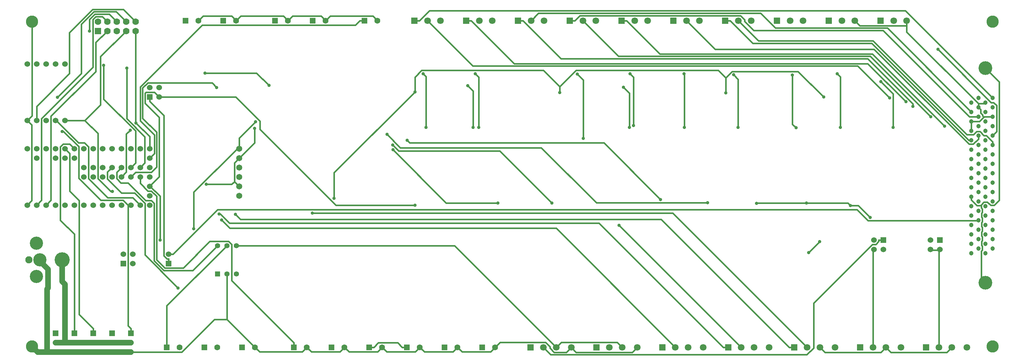
<source format=gbl>
G04 (created by PCBNEW (2013-jul-07)-stable) date Sun 10 Apr 2016 10:04:28 PM PDT*
%MOIN*%
G04 Gerber Fmt 3.4, Leading zero omitted, Abs format*
%FSLAX34Y34*%
G01*
G70*
G90*
G04 APERTURE LIST*
%ADD10C,0.00590551*%
%ADD11C,0.06*%
%ADD12C,0.145669*%
%ADD13C,0.0472441*%
%ADD14R,0.06X0.06*%
%ADD15C,0.065*%
%ADD16R,0.055X0.055*%
%ADD17C,0.055*%
%ADD18C,0.076*%
%ADD19C,0.14*%
%ADD20C,0.16*%
%ADD21C,0.0709*%
%ADD22R,0.0709X0.0709*%
%ADD23R,0.063X0.063*%
%ADD24C,0.063*%
%ADD25R,0.07X0.07*%
%ADD26C,0.07*%
%ADD27C,0.13*%
%ADD28C,0.035*%
%ADD29C,0.015*%
%ADD30C,0.06*%
G04 APERTURE END LIST*
G54D10*
G54D11*
X21000Y-41000D03*
X22000Y-41000D03*
X23000Y-41000D03*
X24000Y-41000D03*
X25000Y-41000D03*
X26000Y-41000D03*
X27000Y-41000D03*
X28000Y-41000D03*
X29000Y-41000D03*
X30000Y-41000D03*
X31000Y-41000D03*
X32000Y-41000D03*
X33000Y-41000D03*
X34000Y-41000D03*
X34000Y-40000D03*
X34000Y-39000D03*
X34000Y-38000D03*
X34000Y-37000D03*
X34000Y-36000D03*
X34000Y-35000D03*
X33000Y-35000D03*
X32000Y-35000D03*
X31000Y-35000D03*
X30000Y-35000D03*
X29000Y-35000D03*
X28000Y-35000D03*
X27000Y-35000D03*
X26000Y-35000D03*
X25000Y-35000D03*
X24000Y-35000D03*
X23000Y-35000D03*
X22000Y-35000D03*
X21000Y-35000D03*
X27000Y-38000D03*
X28000Y-38000D03*
X29000Y-38000D03*
X30000Y-38000D03*
X31000Y-38000D03*
X32000Y-38000D03*
X33000Y-38000D03*
X33000Y-37000D03*
X32000Y-37000D03*
X31000Y-37000D03*
X30000Y-37000D03*
X29000Y-37000D03*
X28000Y-37000D03*
X27000Y-37000D03*
X26000Y-36000D03*
X25000Y-36000D03*
X24000Y-36000D03*
X22000Y-36000D03*
G54D12*
X122753Y-49249D03*
X122753Y-26450D03*
G54D13*
X121253Y-46100D03*
X122003Y-45600D03*
X121253Y-45100D03*
X122003Y-44600D03*
X121253Y-44100D03*
X122003Y-43600D03*
X121253Y-43100D03*
X122003Y-42600D03*
X121253Y-42100D03*
X122003Y-41600D03*
X121253Y-41100D03*
X122003Y-40600D03*
X121253Y-40100D03*
X122003Y-39600D03*
X121253Y-39100D03*
X122003Y-38600D03*
X121253Y-38100D03*
X122003Y-37600D03*
X121253Y-37100D03*
X122003Y-36600D03*
X121253Y-36100D03*
X122003Y-35600D03*
X121253Y-35100D03*
X122003Y-34600D03*
X121253Y-34100D03*
X122003Y-33600D03*
X121253Y-33100D03*
X122003Y-32600D03*
X121253Y-32100D03*
X122003Y-31600D03*
X121253Y-31100D03*
X122003Y-30600D03*
X121253Y-30100D03*
X122003Y-29600D03*
X122753Y-46100D03*
X123503Y-45600D03*
X122753Y-45100D03*
X123503Y-44600D03*
X122753Y-44100D03*
X123503Y-43600D03*
X122753Y-43100D03*
X123503Y-42600D03*
X122753Y-42100D03*
X123503Y-41600D03*
X122753Y-41100D03*
X123503Y-40600D03*
X122753Y-40100D03*
X123503Y-39600D03*
X122753Y-39100D03*
X123503Y-38600D03*
X122753Y-38100D03*
X123503Y-37600D03*
X122753Y-37100D03*
X123503Y-36600D03*
X122753Y-36100D03*
X123503Y-35600D03*
X122753Y-35100D03*
X123503Y-34600D03*
X122753Y-34100D03*
X123503Y-33600D03*
X122753Y-33100D03*
X123503Y-32600D03*
X122753Y-32100D03*
X123503Y-31600D03*
X122753Y-31100D03*
X123503Y-30600D03*
X122753Y-30100D03*
X123503Y-29600D03*
G54D14*
X117900Y-44700D03*
G54D11*
X117900Y-45700D03*
X116900Y-44700D03*
X116900Y-45700D03*
G54D14*
X111900Y-44700D03*
G54D11*
X111900Y-45700D03*
X110900Y-44700D03*
X110900Y-45700D03*
G54D14*
X31200Y-47200D03*
G54D11*
X31200Y-46200D03*
X32200Y-47200D03*
X32200Y-46200D03*
G54D14*
X34000Y-29500D03*
G54D11*
X34000Y-28500D03*
X35000Y-29500D03*
X35000Y-28500D03*
G54D14*
X36000Y-47200D03*
G54D11*
X36000Y-46200D03*
G54D15*
X43500Y-35000D03*
X43500Y-36000D03*
X43500Y-37000D03*
X43500Y-38000D03*
X43500Y-39000D03*
X43500Y-40000D03*
G54D16*
X41200Y-48300D03*
G54D17*
X42200Y-48300D03*
X43200Y-48300D03*
X43200Y-45300D03*
X42200Y-45300D03*
X41200Y-45300D03*
G54D18*
X21180Y-46800D03*
G54D19*
X22360Y-46800D03*
G54D20*
X24720Y-46800D03*
G54D19*
X21970Y-48570D03*
X21970Y-45030D03*
G54D21*
X75811Y-56100D03*
G54D22*
X74433Y-56100D03*
G54D21*
X77189Y-56100D03*
X78764Y-56100D03*
X117811Y-56100D03*
G54D22*
X116433Y-56100D03*
G54D21*
X119189Y-56100D03*
X120764Y-56100D03*
X103811Y-56100D03*
G54D22*
X102433Y-56100D03*
G54D21*
X105189Y-56100D03*
X106764Y-56100D03*
X96811Y-56100D03*
G54D22*
X95433Y-56100D03*
G54D21*
X98189Y-56100D03*
X99764Y-56100D03*
X89811Y-56100D03*
G54D22*
X88433Y-56100D03*
G54D21*
X91189Y-56100D03*
X92764Y-56100D03*
X82811Y-56100D03*
G54D22*
X81433Y-56100D03*
G54D21*
X84189Y-56100D03*
X85764Y-56100D03*
X110811Y-56100D03*
G54D22*
X109433Y-56100D03*
G54D21*
X112189Y-56100D03*
X113764Y-56100D03*
X63500Y-21400D03*
G54D22*
X62122Y-21400D03*
G54D21*
X64878Y-21400D03*
X91000Y-21400D03*
G54D22*
X89622Y-21400D03*
G54D21*
X92378Y-21400D03*
X85500Y-21400D03*
G54D22*
X84122Y-21400D03*
G54D21*
X86878Y-21400D03*
X80000Y-21400D03*
G54D22*
X78622Y-21400D03*
G54D21*
X81378Y-21400D03*
X74500Y-21400D03*
G54D22*
X73122Y-21400D03*
G54D21*
X75878Y-21400D03*
X69000Y-21400D03*
G54D22*
X67622Y-21400D03*
G54D21*
X70378Y-21400D03*
X113000Y-21400D03*
G54D22*
X111622Y-21400D03*
G54D21*
X114378Y-21400D03*
X102000Y-21400D03*
G54D22*
X100622Y-21400D03*
G54D21*
X103378Y-21400D03*
X96500Y-21400D03*
G54D22*
X95122Y-21400D03*
G54D21*
X97878Y-21400D03*
X107500Y-21400D03*
G54D22*
X106122Y-21400D03*
G54D21*
X108878Y-21400D03*
G54D23*
X56811Y-21400D03*
G54D24*
X58189Y-21400D03*
G54D23*
X53311Y-56100D03*
G54D24*
X54689Y-56100D03*
G54D23*
X57311Y-56100D03*
G54D24*
X58689Y-56100D03*
G54D23*
X69311Y-56100D03*
G54D24*
X70689Y-56100D03*
G54D23*
X51311Y-21400D03*
G54D24*
X52689Y-21400D03*
G54D23*
X65311Y-56100D03*
G54D24*
X66689Y-56100D03*
G54D23*
X61311Y-56100D03*
G54D24*
X62689Y-56100D03*
G54D23*
X47311Y-21400D03*
G54D24*
X48689Y-21400D03*
G54D23*
X49311Y-56100D03*
G54D24*
X50689Y-56100D03*
G54D23*
X43811Y-56100D03*
G54D24*
X45189Y-56100D03*
G54D23*
X39811Y-56100D03*
G54D24*
X41189Y-56100D03*
G54D23*
X35811Y-56100D03*
G54D24*
X37189Y-56100D03*
G54D23*
X41811Y-21400D03*
G54D24*
X43189Y-21400D03*
G54D23*
X37811Y-21400D03*
G54D24*
X39189Y-21400D03*
G54D25*
X28500Y-22500D03*
G54D26*
X28500Y-21500D03*
X29500Y-22500D03*
X29500Y-21500D03*
X30500Y-22500D03*
X30500Y-21500D03*
X31500Y-22500D03*
X31500Y-21500D03*
X32500Y-22500D03*
X32500Y-21500D03*
G54D14*
X24000Y-54600D03*
G54D11*
X24000Y-55600D03*
X24000Y-56600D03*
G54D14*
X26000Y-54600D03*
G54D11*
X26000Y-55600D03*
X26000Y-56600D03*
G54D14*
X28000Y-54600D03*
G54D11*
X28000Y-55600D03*
X28000Y-56600D03*
G54D14*
X30000Y-54600D03*
G54D11*
X30000Y-55600D03*
X30000Y-56600D03*
G54D14*
X32000Y-54600D03*
G54D11*
X32000Y-55600D03*
X32000Y-56600D03*
X21000Y-32000D03*
X22000Y-32000D03*
X23000Y-32000D03*
X24000Y-32000D03*
X25000Y-32000D03*
X25000Y-26000D03*
X24000Y-26000D03*
X23000Y-26000D03*
X22000Y-26000D03*
X21000Y-26000D03*
G54D27*
X21500Y-56000D03*
X123500Y-56000D03*
X123500Y-21500D03*
X21500Y-21500D03*
G54D28*
X62163Y-28961D03*
X95163Y-29075D03*
X53575Y-40292D03*
X105578Y-29526D03*
X77535Y-29042D03*
X103732Y-40784D03*
X35098Y-44704D03*
X98459Y-40801D03*
X62170Y-41005D03*
X108403Y-41041D03*
X110501Y-42300D03*
X45253Y-32130D03*
X38684Y-43494D03*
X41377Y-41956D03*
X43106Y-41977D03*
X39862Y-26975D03*
X46661Y-28290D03*
X24194Y-29559D03*
X30059Y-39554D03*
X32541Y-32267D03*
X31561Y-26449D03*
X29125Y-26134D03*
X27623Y-22522D03*
X103993Y-46036D03*
X105142Y-44887D03*
X41635Y-42571D03*
X83853Y-43142D03*
X51286Y-41835D03*
X40015Y-38785D03*
X45137Y-32835D03*
X24704Y-33161D03*
X112579Y-29600D03*
X114303Y-30008D03*
X70967Y-40770D03*
X59834Y-35126D03*
X115052Y-30511D03*
X76709Y-40775D03*
X59804Y-34601D03*
X116928Y-31600D03*
X118427Y-32600D03*
X88257Y-40394D03*
X61353Y-34101D03*
X117715Y-24458D03*
X93233Y-40754D03*
X59203Y-33487D03*
X37021Y-49800D03*
X31931Y-33036D03*
X41126Y-28500D03*
X80030Y-33926D03*
X79400Y-27063D03*
X96492Y-32738D03*
X96000Y-27157D03*
X107350Y-32733D03*
X107000Y-27031D03*
X102647Y-32791D03*
X102260Y-27161D03*
X84945Y-32754D03*
X84300Y-28462D03*
X85373Y-32545D03*
X85000Y-27030D03*
X63053Y-27039D03*
X63350Y-32742D03*
X68350Y-32754D03*
X67784Y-28325D03*
X68942Y-32752D03*
X68582Y-27044D03*
X112943Y-32756D03*
X111653Y-27871D03*
X90778Y-32750D03*
X90733Y-27047D03*
G54D29*
X53575Y-37549D02*
X53575Y-40292D01*
X62163Y-28961D02*
X53575Y-37549D01*
X95163Y-29075D02*
X95163Y-27473D01*
X102850Y-26799D02*
X105578Y-29526D01*
X95837Y-26799D02*
X102850Y-26799D01*
X95163Y-27473D02*
X95837Y-26799D01*
X77535Y-28401D02*
X77535Y-29042D01*
X79264Y-26672D02*
X77535Y-28401D01*
X94363Y-26672D02*
X79264Y-26672D01*
X95163Y-27473D02*
X94363Y-26672D01*
X62163Y-27404D02*
X62163Y-28961D01*
X62886Y-26680D02*
X62163Y-27404D01*
X75814Y-26680D02*
X62886Y-26680D01*
X77535Y-28401D02*
X75814Y-26680D01*
X35098Y-40056D02*
X35098Y-44704D01*
X34021Y-38978D02*
X35098Y-40056D01*
X34021Y-38978D02*
X34000Y-39000D01*
X98476Y-40784D02*
X103732Y-40784D01*
X98459Y-40801D02*
X98476Y-40784D01*
X108146Y-40784D02*
X108403Y-41041D01*
X103732Y-40784D02*
X108146Y-40784D01*
X109241Y-41041D02*
X108403Y-41041D01*
X110501Y-42300D02*
X109241Y-41041D01*
X34524Y-29024D02*
X35000Y-29500D01*
X33624Y-29024D02*
X34524Y-29024D01*
X33524Y-29124D02*
X33624Y-29024D01*
X33524Y-30162D02*
X33524Y-29124D01*
X35027Y-31664D02*
X33524Y-30162D01*
X35027Y-37972D02*
X35027Y-31664D01*
X34021Y-38978D02*
X35027Y-37972D01*
X53765Y-41005D02*
X62170Y-41005D01*
X45713Y-32953D02*
X53765Y-41005D01*
X45713Y-32078D02*
X45713Y-32953D01*
X43135Y-29500D02*
X45713Y-32078D01*
X35000Y-29500D02*
X43135Y-29500D01*
G54D30*
X25000Y-49400D02*
X25000Y-55600D01*
X24720Y-49120D02*
X25000Y-49400D01*
X24720Y-46800D02*
X24720Y-49120D01*
X30000Y-55600D02*
X32000Y-55600D01*
X26000Y-55600D02*
X25000Y-55600D01*
X25000Y-55600D02*
X24000Y-55600D01*
X26000Y-55600D02*
X28000Y-55600D01*
X28000Y-55600D02*
X30000Y-55600D01*
G54D29*
X36000Y-47200D02*
X36000Y-46724D01*
X34000Y-29500D02*
X34000Y-29975D01*
X35497Y-31472D02*
X34000Y-29975D01*
X35497Y-46371D02*
X35497Y-31472D01*
X35851Y-46724D02*
X35497Y-46371D01*
X36000Y-46724D02*
X35851Y-46724D01*
X43500Y-33884D02*
X45253Y-32130D01*
X43500Y-35000D02*
X43500Y-33884D01*
X38684Y-39611D02*
X38684Y-43494D01*
X43295Y-35000D02*
X38684Y-39611D01*
X43500Y-35000D02*
X43295Y-35000D01*
X114377Y-21400D02*
X114377Y-21929D01*
X122628Y-30224D02*
X122003Y-30224D01*
X122753Y-30100D02*
X122628Y-30224D01*
X114377Y-22599D02*
X122003Y-30224D01*
X114377Y-21929D02*
X114377Y-22599D01*
X122003Y-30224D02*
X122003Y-30600D01*
X122450Y-31511D02*
X122567Y-31628D01*
X122450Y-31421D02*
X122450Y-31511D01*
X122254Y-31225D02*
X122450Y-31421D01*
X122254Y-30850D02*
X122254Y-31225D01*
X122003Y-30600D02*
X122254Y-30850D01*
X122567Y-31628D02*
X122567Y-31628D01*
X122600Y-31628D02*
X122567Y-31628D01*
X122628Y-31600D02*
X122600Y-31628D01*
X123503Y-31600D02*
X122628Y-31600D01*
X109407Y-21929D02*
X108877Y-21400D01*
X114377Y-21929D02*
X109407Y-21929D01*
X122095Y-32100D02*
X121253Y-32100D01*
X122567Y-31628D02*
X122095Y-32100D01*
X121253Y-32100D02*
X121253Y-33100D01*
X56810Y-21400D02*
X56320Y-21400D01*
X34494Y-35505D02*
X34000Y-36000D01*
X34494Y-33536D02*
X34494Y-35505D01*
X33010Y-32051D02*
X34494Y-33536D01*
X33010Y-28457D02*
X33010Y-32051D01*
X39576Y-21890D02*
X33010Y-28457D01*
X55830Y-21890D02*
X39576Y-21890D01*
X56320Y-21400D02*
X55830Y-21890D01*
X95432Y-56100D02*
X94903Y-56100D01*
X41515Y-41956D02*
X41377Y-41956D01*
X42463Y-42904D02*
X41515Y-41956D01*
X81708Y-42904D02*
X42463Y-42904D01*
X94903Y-56100D02*
X81708Y-42904D01*
X43637Y-42508D02*
X43106Y-41977D01*
X88311Y-42508D02*
X43637Y-42508D01*
X101903Y-56100D02*
X88311Y-42508D01*
X102432Y-56100D02*
X101903Y-56100D01*
X28971Y-20971D02*
X29500Y-21500D01*
X28281Y-20971D02*
X28971Y-20971D01*
X27974Y-21278D02*
X28281Y-20971D01*
X27974Y-26348D02*
X27974Y-21278D01*
X22524Y-31797D02*
X27974Y-26348D01*
X22524Y-40475D02*
X22524Y-31797D01*
X22000Y-41000D02*
X22524Y-40475D01*
X45346Y-26975D02*
X39862Y-26975D01*
X46661Y-28290D02*
X45346Y-26975D01*
X23524Y-40475D02*
X23000Y-41000D01*
X23524Y-31548D02*
X23524Y-40475D01*
X28274Y-26798D02*
X23524Y-31548D01*
X28274Y-23725D02*
X28274Y-26798D01*
X29500Y-22500D02*
X28274Y-23725D01*
X24065Y-32000D02*
X24000Y-32000D01*
X26445Y-34379D02*
X24065Y-32000D01*
X27071Y-34379D02*
X26445Y-34379D01*
X27500Y-34808D02*
X27071Y-34379D01*
X27500Y-38177D02*
X27500Y-34808D01*
X29532Y-40209D02*
X27500Y-38177D01*
X32209Y-40209D02*
X29532Y-40209D01*
X33000Y-41000D02*
X32209Y-40209D01*
X30449Y-20449D02*
X31500Y-21500D01*
X28063Y-20449D02*
X30449Y-20449D01*
X26748Y-21765D02*
X28063Y-20449D01*
X26748Y-27006D02*
X26748Y-21765D01*
X24194Y-29559D02*
X26748Y-27006D01*
X25000Y-32000D02*
X27111Y-32000D01*
X28774Y-25225D02*
X31500Y-22500D01*
X28774Y-30336D02*
X28774Y-25225D01*
X27111Y-32000D02*
X28774Y-30336D01*
X29865Y-39554D02*
X30059Y-39554D01*
X28500Y-38189D02*
X29865Y-39554D01*
X28500Y-33388D02*
X28500Y-38189D01*
X27111Y-32000D02*
X28500Y-33388D01*
X34000Y-33725D02*
X32541Y-32267D01*
X34000Y-35000D02*
X34000Y-33725D01*
X32500Y-32225D02*
X32541Y-32267D01*
X32500Y-22500D02*
X32500Y-32225D01*
X33479Y-36520D02*
X33000Y-37000D01*
X33479Y-33736D02*
X33479Y-36520D01*
X31561Y-31817D02*
X33479Y-33736D01*
X31561Y-26449D02*
X31561Y-31817D01*
X29717Y-20717D02*
X30500Y-21500D01*
X28177Y-20717D02*
X29717Y-20717D01*
X27623Y-21270D02*
X28177Y-20717D01*
X27623Y-22522D02*
X27623Y-21270D01*
X32500Y-36500D02*
X32000Y-37000D01*
X32500Y-33109D02*
X32500Y-36500D01*
X29125Y-29734D02*
X32500Y-33109D01*
X29125Y-26134D02*
X29125Y-29734D01*
X111900Y-44700D02*
X111424Y-44700D01*
X111424Y-44848D02*
X111424Y-44700D01*
X111098Y-45175D02*
X111424Y-44848D01*
X110750Y-45175D02*
X111098Y-45175D01*
X104500Y-51425D02*
X110750Y-45175D01*
X104500Y-56172D02*
X104500Y-51425D01*
X103791Y-56881D02*
X104500Y-56172D01*
X76592Y-56881D02*
X103791Y-56881D01*
X75810Y-56100D02*
X76592Y-56881D01*
X110810Y-45789D02*
X110900Y-45700D01*
X110810Y-56100D02*
X110810Y-45789D01*
X103993Y-46036D02*
X105142Y-44887D01*
X116989Y-45789D02*
X116900Y-45700D01*
X117810Y-45789D02*
X116989Y-45789D01*
X117810Y-56100D02*
X117810Y-45789D01*
X117810Y-45789D02*
X117900Y-45700D01*
X42521Y-43458D02*
X41635Y-42571D01*
X77169Y-43458D02*
X42521Y-43458D01*
X89810Y-56100D02*
X77169Y-43458D01*
X96810Y-56100D02*
X83853Y-43142D01*
X89546Y-41835D02*
X51286Y-41835D01*
X103810Y-56100D02*
X89546Y-41835D01*
G54D30*
X26000Y-56600D02*
X24000Y-56600D01*
X28000Y-56600D02*
X26000Y-56600D01*
X30000Y-56600D02*
X28000Y-56600D01*
X24000Y-56600D02*
X23100Y-56600D01*
X22100Y-56600D02*
X21500Y-56000D01*
X23100Y-56600D02*
X22100Y-56600D01*
X23100Y-49900D02*
X23100Y-56600D01*
X23200Y-49800D02*
X23100Y-49900D01*
X23200Y-47800D02*
X23200Y-49800D01*
X22360Y-46959D02*
X23200Y-47800D01*
X22360Y-46800D02*
X22360Y-46959D01*
G54D29*
X54198Y-56590D02*
X54689Y-56100D01*
X51179Y-56590D02*
X54198Y-56590D01*
X50689Y-56100D02*
X51179Y-56590D01*
X63179Y-56590D02*
X62689Y-56100D01*
X66198Y-56590D02*
X63179Y-56590D01*
X66689Y-56100D02*
X66198Y-56590D01*
X57698Y-20909D02*
X58189Y-21400D01*
X53179Y-20909D02*
X57698Y-20909D01*
X52689Y-21400D02*
X53179Y-20909D01*
X121253Y-40438D02*
X121253Y-40100D01*
X121847Y-41031D02*
X121253Y-40438D01*
X122295Y-41031D02*
X121847Y-41031D01*
X122295Y-41287D02*
X122295Y-41031D01*
X122423Y-41415D02*
X122295Y-41287D01*
X122423Y-41762D02*
X122423Y-41415D01*
X122334Y-41851D02*
X122423Y-41762D01*
X122334Y-42262D02*
X122334Y-41851D01*
X122423Y-42351D02*
X122334Y-42262D01*
X122423Y-42762D02*
X122423Y-42351D01*
X122334Y-42851D02*
X122423Y-42762D01*
X122334Y-43262D02*
X122334Y-42851D01*
X122423Y-43351D02*
X122334Y-43262D01*
X122423Y-43762D02*
X122423Y-43351D01*
X122334Y-43851D02*
X122423Y-43762D01*
X122334Y-44262D02*
X122334Y-43851D01*
X122423Y-44351D02*
X122334Y-44262D01*
X122423Y-44762D02*
X122423Y-44351D01*
X122334Y-44851D02*
X122423Y-44762D01*
X122334Y-45262D02*
X122334Y-44851D01*
X122423Y-45351D02*
X122334Y-45262D01*
X122423Y-45762D02*
X122423Y-45351D01*
X122316Y-45869D02*
X122423Y-45762D01*
X122316Y-48812D02*
X122316Y-45869D01*
X122753Y-49249D02*
X122316Y-48812D01*
G54D30*
X32000Y-56600D02*
X30000Y-56600D01*
G54D29*
X42200Y-53135D02*
X42200Y-48300D01*
X40867Y-53135D02*
X42200Y-53135D01*
X37402Y-56600D02*
X40867Y-53135D01*
X32000Y-56600D02*
X37402Y-56600D01*
X70198Y-56590D02*
X70689Y-56100D01*
X67179Y-56590D02*
X70198Y-56590D01*
X66689Y-56100D02*
X67179Y-56590D01*
X78234Y-56629D02*
X78764Y-56100D01*
X76949Y-56629D02*
X78234Y-56629D01*
X76500Y-56180D02*
X76949Y-56629D01*
X76500Y-56034D02*
X76500Y-56180D01*
X76035Y-55570D02*
X76500Y-56034D01*
X71218Y-55570D02*
X76035Y-55570D01*
X70689Y-56100D02*
X71218Y-55570D01*
X79293Y-56629D02*
X78764Y-56100D01*
X85234Y-56629D02*
X79293Y-56629D01*
X85764Y-56100D02*
X85234Y-56629D01*
X124199Y-27896D02*
X122753Y-26450D01*
X124199Y-40485D02*
X124199Y-27896D01*
X123666Y-41019D02*
X124199Y-40485D01*
X123298Y-41019D02*
X123666Y-41019D01*
X122944Y-40665D02*
X123298Y-41019D01*
X122593Y-40665D02*
X122944Y-40665D01*
X122295Y-40963D02*
X122593Y-40665D01*
X122295Y-41031D02*
X122295Y-40963D01*
X21500Y-31500D02*
X21000Y-32000D01*
X21500Y-21500D02*
X21500Y-31500D01*
X52198Y-20909D02*
X52689Y-21400D01*
X49179Y-20909D02*
X52198Y-20909D01*
X48689Y-21400D02*
X49179Y-20909D01*
X21475Y-32475D02*
X21000Y-32000D01*
X21475Y-40524D02*
X21475Y-32475D01*
X21000Y-41000D02*
X21475Y-40524D01*
X42698Y-20909D02*
X43189Y-21400D01*
X39679Y-20909D02*
X42698Y-20909D01*
X39189Y-21400D02*
X39679Y-20909D01*
X48198Y-20909D02*
X48689Y-21400D01*
X43679Y-20909D02*
X48198Y-20909D01*
X43189Y-21400D02*
X43679Y-20909D01*
X55179Y-56590D02*
X54689Y-56100D01*
X58198Y-56590D02*
X55179Y-56590D01*
X58689Y-56100D02*
X58198Y-56590D01*
X62198Y-56590D02*
X62689Y-56100D01*
X59179Y-56590D02*
X62198Y-56590D01*
X58689Y-56100D02*
X59179Y-56590D01*
X43500Y-39000D02*
X42995Y-38495D01*
X42224Y-53135D02*
X45189Y-56100D01*
X42200Y-53135D02*
X42224Y-53135D01*
X50198Y-56590D02*
X50689Y-56100D01*
X45679Y-56590D02*
X50198Y-56590D01*
X45189Y-56100D02*
X45679Y-56590D01*
X42704Y-38785D02*
X40015Y-38785D01*
X42995Y-38495D02*
X42704Y-38785D01*
X42995Y-36504D02*
X43500Y-36000D01*
X42995Y-38495D02*
X42995Y-36504D01*
X45137Y-34362D02*
X45137Y-32835D01*
X43500Y-36000D02*
X45137Y-34362D01*
X66389Y-45300D02*
X43200Y-45300D01*
X77189Y-56100D02*
X66389Y-45300D01*
X105718Y-56629D02*
X105189Y-56100D01*
X111659Y-56629D02*
X105718Y-56629D01*
X112189Y-56100D02*
X111659Y-56629D01*
X118657Y-56631D02*
X119189Y-56100D01*
X112720Y-56631D02*
X118657Y-56631D01*
X112189Y-56100D02*
X112720Y-56631D01*
X77720Y-55568D02*
X77189Y-56100D01*
X83657Y-55568D02*
X77720Y-55568D01*
X84189Y-56100D02*
X83657Y-55568D01*
X30500Y-37500D02*
X31000Y-37000D01*
X30500Y-38176D02*
X30500Y-37500D01*
X30957Y-38634D02*
X30500Y-38176D01*
X31699Y-38634D02*
X30957Y-38634D01*
X33565Y-40500D02*
X31699Y-38634D01*
X34176Y-40500D02*
X33565Y-40500D01*
X34484Y-40808D02*
X34176Y-40500D01*
X34484Y-46909D02*
X34484Y-40808D01*
X35508Y-47933D02*
X34484Y-46909D01*
X38566Y-47933D02*
X35508Y-47933D01*
X41200Y-45300D02*
X38566Y-47933D01*
X60330Y-55609D02*
X60820Y-56100D01*
X58291Y-55609D02*
X60330Y-55609D01*
X57801Y-56100D02*
X58291Y-55609D01*
X57310Y-56100D02*
X57801Y-56100D01*
X61310Y-56100D02*
X60820Y-56100D01*
X33000Y-38684D02*
X33000Y-38000D01*
X33815Y-39500D02*
X33000Y-38684D01*
X34188Y-39500D02*
X33815Y-39500D01*
X34735Y-40046D02*
X34188Y-39500D01*
X34735Y-46806D02*
X34735Y-40046D01*
X35603Y-47675D02*
X34735Y-46806D01*
X37561Y-47675D02*
X35603Y-47675D01*
X40387Y-44849D02*
X37561Y-47675D01*
X42388Y-44849D02*
X40387Y-44849D01*
X42700Y-45161D02*
X42388Y-44849D01*
X42700Y-48998D02*
X42700Y-45161D01*
X49310Y-55609D02*
X42700Y-48998D01*
X49310Y-56100D02*
X49310Y-55609D01*
X25518Y-34518D02*
X26000Y-35000D01*
X24808Y-34518D02*
X25518Y-34518D01*
X24521Y-34806D02*
X24808Y-34518D01*
X24521Y-42598D02*
X24521Y-34806D01*
X26000Y-44076D02*
X24521Y-42598D01*
X26000Y-54600D02*
X26000Y-44076D01*
X25500Y-35500D02*
X25000Y-35000D01*
X25500Y-39524D02*
X25500Y-35500D01*
X26500Y-40524D02*
X25500Y-39524D01*
X26500Y-52624D02*
X26500Y-40524D01*
X28000Y-54124D02*
X26500Y-52624D01*
X28000Y-54600D02*
X28000Y-54124D01*
X32000Y-54600D02*
X32000Y-54124D01*
X32000Y-41000D02*
X31700Y-41000D01*
X31700Y-53824D02*
X32000Y-54124D01*
X31700Y-41000D02*
X31700Y-53824D01*
X31199Y-20199D02*
X32500Y-21500D01*
X27959Y-20199D02*
X31199Y-20199D01*
X25475Y-22684D02*
X27959Y-20199D01*
X25475Y-27026D02*
X25475Y-22684D01*
X22000Y-30501D02*
X25475Y-27026D01*
X22000Y-32000D02*
X22000Y-30501D01*
X31184Y-40484D02*
X31700Y-41000D01*
X28802Y-40484D02*
X31184Y-40484D01*
X26476Y-38158D02*
X28802Y-40484D01*
X26476Y-34784D02*
X26476Y-38158D01*
X24853Y-33161D02*
X26476Y-34784D01*
X24704Y-33161D02*
X24853Y-33161D01*
X114254Y-20350D02*
X123503Y-29600D01*
X63701Y-20350D02*
X114254Y-20350D01*
X62651Y-21400D02*
X63701Y-20350D01*
X62122Y-21400D02*
X62651Y-21400D01*
X109193Y-26214D02*
X112579Y-29600D01*
X68314Y-26214D02*
X109193Y-26214D01*
X63500Y-21400D02*
X68314Y-26214D01*
X67622Y-21400D02*
X68151Y-21400D01*
X110259Y-25964D02*
X114303Y-30008D01*
X72715Y-25964D02*
X110259Y-25964D01*
X68151Y-21400D02*
X72715Y-25964D01*
X65477Y-40770D02*
X59834Y-35126D01*
X70967Y-40770D02*
X65477Y-40770D01*
X73122Y-21400D02*
X73651Y-21400D01*
X115052Y-30249D02*
X115052Y-30511D01*
X110234Y-25431D02*
X115052Y-30249D01*
X77682Y-25431D02*
X110234Y-25431D01*
X73651Y-21400D02*
X77682Y-25431D01*
X112333Y-22179D02*
X121253Y-31100D01*
X100445Y-22179D02*
X112333Y-22179D01*
X98881Y-20616D02*
X100445Y-22179D01*
X75283Y-20616D02*
X98881Y-20616D01*
X74500Y-21400D02*
X75283Y-20616D01*
X60436Y-35233D02*
X59804Y-34601D01*
X71167Y-35233D02*
X60436Y-35233D01*
X76709Y-40775D02*
X71167Y-35233D01*
X121056Y-31600D02*
X122003Y-31600D01*
X111886Y-22429D02*
X121056Y-31600D01*
X98147Y-22429D02*
X111886Y-22429D01*
X97188Y-21470D02*
X98147Y-22429D01*
X97188Y-21319D02*
X97188Y-21470D01*
X96735Y-20866D02*
X97188Y-21319D01*
X79685Y-20866D02*
X96735Y-20866D01*
X79151Y-21400D02*
X79685Y-20866D01*
X78622Y-21400D02*
X79151Y-21400D01*
X110509Y-25181D02*
X116928Y-31600D01*
X83781Y-25181D02*
X110509Y-25181D01*
X80000Y-21400D02*
X83781Y-25181D01*
X84122Y-21400D02*
X84651Y-21400D01*
X110758Y-24931D02*
X118427Y-32600D01*
X88182Y-24931D02*
X110758Y-24931D01*
X84651Y-21400D02*
X88182Y-24931D01*
X61621Y-34369D02*
X61353Y-34101D01*
X82232Y-34369D02*
X61621Y-34369D01*
X88257Y-40394D02*
X82232Y-34369D01*
X123928Y-33175D02*
X123503Y-33600D01*
X123928Y-30426D02*
X123928Y-33175D01*
X123601Y-30100D02*
X123928Y-30426D01*
X123357Y-30100D02*
X123601Y-30100D01*
X117715Y-24458D02*
X123357Y-30100D01*
X122003Y-33975D02*
X122003Y-33600D01*
X121457Y-34521D02*
X122003Y-33975D01*
X121007Y-34521D02*
X121457Y-34521D01*
X110916Y-24430D02*
X121007Y-34521D01*
X94030Y-24430D02*
X110916Y-24430D01*
X91000Y-21400D02*
X94030Y-24430D01*
X60621Y-34906D02*
X59203Y-33487D01*
X75587Y-34906D02*
X60621Y-34906D01*
X81435Y-40754D02*
X75587Y-34906D01*
X93233Y-40754D02*
X81435Y-40754D01*
X120981Y-34100D02*
X121253Y-34100D01*
X110687Y-23805D02*
X120981Y-34100D01*
X98057Y-23805D02*
X110687Y-23805D01*
X95651Y-21400D02*
X98057Y-23805D01*
X95122Y-21400D02*
X95651Y-21400D01*
X98655Y-23555D02*
X96500Y-21400D01*
X110820Y-23555D02*
X98655Y-23555D01*
X120778Y-33513D02*
X110820Y-23555D01*
X121465Y-33513D02*
X120778Y-33513D01*
X121798Y-33180D02*
X121465Y-33513D01*
X122166Y-33180D02*
X121798Y-33180D01*
X122585Y-33600D02*
X122166Y-33180D01*
X122842Y-33600D02*
X122585Y-33600D01*
X123503Y-34261D02*
X122842Y-33600D01*
X123503Y-34600D02*
X123503Y-34261D01*
X33508Y-46287D02*
X37021Y-49800D01*
X33508Y-40810D02*
X33508Y-46287D01*
X32407Y-39709D02*
X33508Y-40810D01*
X31009Y-39709D02*
X32407Y-39709D01*
X29524Y-38224D02*
X31009Y-39709D01*
X29524Y-37475D02*
X29524Y-38224D01*
X30000Y-37000D02*
X29524Y-37475D01*
X31524Y-37475D02*
X31000Y-38000D01*
X31524Y-33442D02*
X31524Y-37475D01*
X31931Y-33036D02*
X31524Y-33442D01*
X32500Y-37500D02*
X32000Y-38000D01*
X34184Y-37500D02*
X32500Y-37500D01*
X34745Y-36938D02*
X34184Y-37500D01*
X34745Y-33257D02*
X34745Y-36938D01*
X33260Y-31771D02*
X34745Y-33257D01*
X33260Y-28560D02*
X33260Y-31771D01*
X33811Y-28009D02*
X33260Y-28560D01*
X40636Y-28009D02*
X33811Y-28009D01*
X41126Y-28500D02*
X40636Y-28009D01*
X80030Y-27694D02*
X80030Y-33926D01*
X79400Y-27063D02*
X80030Y-27694D01*
X96492Y-27649D02*
X96000Y-27157D01*
X96492Y-32738D02*
X96492Y-27649D01*
X107350Y-27381D02*
X107000Y-27031D01*
X107350Y-32733D02*
X107350Y-27381D01*
X102260Y-32403D02*
X102260Y-27161D01*
X102647Y-32791D02*
X102260Y-32403D01*
X84945Y-29108D02*
X84945Y-32754D01*
X84300Y-28462D02*
X84945Y-29108D01*
X85373Y-27404D02*
X85373Y-32545D01*
X85000Y-27030D02*
X85373Y-27404D01*
X63350Y-27336D02*
X63053Y-27039D01*
X63350Y-32742D02*
X63350Y-27336D01*
X68350Y-28890D02*
X68350Y-32754D01*
X67784Y-28325D02*
X68350Y-28890D01*
X68942Y-27404D02*
X68942Y-32752D01*
X68582Y-27044D02*
X68942Y-27404D01*
X121944Y-42659D02*
X122003Y-42600D01*
X110288Y-42659D02*
X121944Y-42659D01*
X109113Y-41484D02*
X110288Y-42659D01*
X41207Y-41484D02*
X109113Y-41484D01*
X36491Y-46200D02*
X41207Y-41484D01*
X36000Y-46200D02*
X36491Y-46200D01*
X35810Y-56100D02*
X35810Y-55609D01*
X35810Y-51689D02*
X42200Y-45300D01*
X35810Y-55609D02*
X35810Y-51689D01*
X112943Y-29161D02*
X111653Y-27871D01*
X112943Y-32756D02*
X112943Y-29161D01*
X90778Y-27092D02*
X90733Y-27047D01*
X90778Y-32750D02*
X90778Y-27092D01*
M02*

</source>
